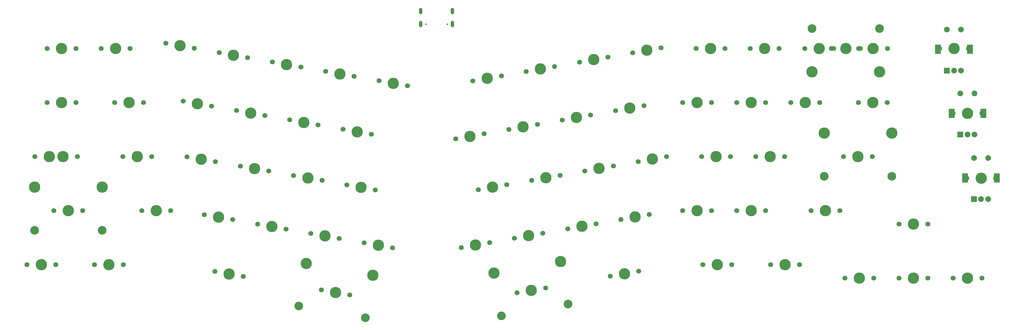
<source format=gts>
G04 #@! TF.GenerationSoftware,KiCad,Pcbnew,(5.99.0-1351-gc977addfa)*
G04 #@! TF.CreationDate,2020-07-04T18:22:27-07:00*
G04 #@! TF.ProjectId,trifecta,74726966-6563-4746-912e-6b696361645f,rev?*
G04 #@! TF.SameCoordinates,Original*
G04 #@! TF.FileFunction,Soldermask,Top*
G04 #@! TF.FilePolarity,Negative*
%FSLAX46Y46*%
G04 Gerber Fmt 4.6, Leading zero omitted, Abs format (unit mm)*
G04 Created by KiCad (PCBNEW (5.99.0-1351-gc977addfa)) date 2020-07-04 18:22:27*
%MOMM*%
%LPD*%
G01*
G04 APERTURE LIST*
%ADD10R,2.000000X2.000000*%
%ADD11C,2.000000*%
%ADD12R,2.000000X3.200000*%
%ADD13C,3.987800*%
%ADD14C,1.750000*%
%ADD15C,3.048000*%
%ADD16O,1.200000X2.300000*%
%ADD17C,0.600000*%
G04 APERTURE END LIST*
D10*
X321371290Y-17221250D03*
D11*
X323871290Y-17221250D03*
X326371290Y-17221250D03*
D12*
X318271290Y-9721250D03*
X329471290Y-9721250D03*
D11*
X321371290Y-2721250D03*
X326371290Y-2721250D03*
D10*
X326146490Y-39761210D03*
D11*
X328646490Y-39761210D03*
X331146490Y-39761210D03*
D12*
X323046490Y-32261210D03*
X334246490Y-32261210D03*
D11*
X326146490Y-25261210D03*
X331146490Y-25261210D03*
D10*
X330896200Y-62536200D03*
D11*
X333396200Y-62536200D03*
X335896200Y-62536200D03*
D12*
X327796200Y-55036200D03*
X338996200Y-55036200D03*
D11*
X330896200Y-48036200D03*
X335896200Y-48036200D03*
D13*
X5256250Y-47531250D03*
D14*
X176250Y-47531250D03*
X10336250Y-47531250D03*
D13*
X295306250Y-28484746D03*
D14*
X290226250Y-28484746D03*
X300386250Y-28484746D03*
D13*
X295341920Y-9407640D03*
D14*
X290261920Y-9407640D03*
X300421920Y-9407640D03*
D13*
X285781250Y-9434746D03*
D14*
X280701250Y-9434746D03*
X290861250Y-9434746D03*
D15*
X273875000Y-2449746D03*
X297687500Y-2449746D03*
D13*
X273875000Y-17689746D03*
X297687500Y-17689746D03*
X276383360Y-9417800D03*
D14*
X271303360Y-9417800D03*
X281463360Y-9417800D03*
D13*
X333447000Y-55188600D03*
D14*
X328367000Y-55188600D03*
X338527000Y-55188600D03*
D13*
X328671800Y-32328600D03*
D14*
X323591800Y-32328600D03*
X333751800Y-32328600D03*
D13*
X323947400Y-9468600D03*
D14*
X318867400Y-9468600D03*
X329027400Y-9468600D03*
D13*
X290067500Y-47534746D03*
D14*
X284987500Y-47534746D03*
X295147500Y-47534746D03*
D15*
X278161250Y-54519746D03*
X301973750Y-54519746D03*
D13*
X278161250Y-39279746D03*
X301973750Y-39279746D03*
D16*
X136074000Y-816800D03*
X147224000Y-816800D03*
X136074000Y3783200D03*
X147224000Y3783200D03*
D17*
X137899000Y-896800D03*
X145399000Y-896800D03*
D13*
X207863325Y-88846345D03*
D14*
X202860502Y-89728478D03*
X212866148Y-87964212D03*
D13*
X175018253Y-94701840D03*
D14*
X170015430Y-95583973D03*
X180021076Y-93819707D03*
D15*
X164505818Y-103648221D03*
X187956553Y-99513224D03*
D13*
X161859420Y-88639751D03*
X185310155Y-84504753D03*
X211586121Y-68812758D03*
D14*
X206583298Y-69694891D03*
X216588944Y-67930625D03*
D13*
X192825534Y-72120756D03*
D14*
X187822711Y-73002889D03*
X197828357Y-71238623D03*
D13*
X174064946Y-75428754D03*
D14*
X169062123Y-76310887D03*
X179067769Y-74546621D03*
D13*
X155304358Y-78736751D03*
D14*
X150301535Y-79618884D03*
X160307181Y-77854618D03*
D13*
X217658417Y-48398172D03*
D14*
X212655594Y-49280305D03*
X222661240Y-47516039D03*
D13*
X198897830Y-51706169D03*
D14*
X193895007Y-52588302D03*
X203900653Y-50824036D03*
D13*
X180125000Y-55025000D03*
D14*
X175122177Y-55907133D03*
X185127823Y-54142867D03*
D13*
X161376654Y-58322165D03*
D14*
X156373831Y-59204298D03*
X166379477Y-57440032D03*
D13*
X209660273Y-30464583D03*
D14*
X204657450Y-31346716D03*
X214663096Y-29582450D03*
D13*
X190899685Y-33772581D03*
D14*
X185896862Y-34654714D03*
X195902508Y-32890448D03*
D13*
X172139097Y-37080579D03*
D14*
X167136274Y-37962712D03*
X177141920Y-36198446D03*
D13*
X153378509Y-40388577D03*
D14*
X148375686Y-41270710D03*
X158381332Y-39506444D03*
D13*
X215732569Y-10049997D03*
D14*
X210729746Y-10932130D03*
X220735392Y-9167864D03*
D13*
X196971981Y-13357994D03*
D14*
X191969158Y-14240127D03*
X201974804Y-12475861D03*
D13*
X178211393Y-16665992D03*
D14*
X173208570Y-17548125D03*
X183214216Y-15783859D03*
D13*
X159450806Y-19973990D03*
D14*
X154447983Y-20856123D03*
X164453629Y-19091857D03*
D13*
X106052675Y-95430345D03*
D14*
X101049852Y-94548212D03*
X111055498Y-96312478D03*
D15*
X93114375Y-100241729D03*
X116565110Y-104376726D03*
D13*
X95760773Y-85233258D03*
X119211508Y-89368256D03*
X68568440Y-88914097D03*
D14*
X63565617Y-88031964D03*
X73571263Y-89796230D03*
D13*
X121118554Y-78806004D03*
D14*
X116115731Y-77923871D03*
X126121377Y-79688137D03*
D13*
X102357966Y-75498006D03*
D14*
X97355143Y-74615873D03*
X107360789Y-76380139D03*
D13*
X83597379Y-72190008D03*
D14*
X78594556Y-71307875D03*
X88600202Y-73072141D03*
D13*
X64836791Y-68882010D03*
D14*
X59833968Y-67999877D03*
X69839614Y-69764143D03*
D13*
X115046258Y-58391417D03*
D14*
X110043435Y-57509284D03*
X120049081Y-59273550D03*
D13*
X96285670Y-55083419D03*
D14*
X91282847Y-54201286D03*
X101288493Y-55965552D03*
D13*
X77525083Y-51775422D03*
D14*
X72522260Y-50893289D03*
X82527906Y-52657555D03*
D13*
X58764495Y-48467424D03*
D14*
X53761672Y-47585291D03*
X63767318Y-49349557D03*
D13*
X113664109Y-38803830D03*
D14*
X108661286Y-37921697D03*
X118666932Y-39685963D03*
D13*
X94903521Y-35495832D03*
D14*
X89900698Y-34613699D03*
X99906344Y-36377965D03*
D13*
X76142934Y-32187834D03*
D14*
X71140111Y-31305701D03*
X81145757Y-33069967D03*
D13*
X57382346Y-28879837D03*
D14*
X52379523Y-27997704D03*
X62385169Y-29761970D03*
D13*
X126352401Y-21697241D03*
D14*
X121349578Y-20815108D03*
X131355224Y-22579374D03*
D13*
X107591813Y-18389243D03*
D14*
X102588990Y-17507110D03*
X112594636Y-19271376D03*
D13*
X88831225Y-15081246D03*
D14*
X83828402Y-14199113D03*
X93834048Y-15963379D03*
D13*
X70070638Y-11773248D03*
D14*
X65067815Y-10891115D03*
X75073461Y-12655381D03*
D13*
X51310050Y-8465250D03*
D14*
X46307227Y-7583117D03*
X56312873Y-9347383D03*
D13*
X328643750Y-90397246D03*
D14*
X323563750Y-90397246D03*
X333723750Y-90397246D03*
D13*
X309593750Y-90397246D03*
D14*
X304513750Y-90397246D03*
X314673750Y-90397246D03*
D13*
X290543750Y-90397246D03*
D14*
X285463750Y-90397246D03*
X295623750Y-90397246D03*
D13*
X264350000Y-85634746D03*
D14*
X259270000Y-85634746D03*
X269430000Y-85634746D03*
D13*
X240537500Y-85634746D03*
D14*
X235457500Y-85634746D03*
X245617500Y-85634746D03*
D13*
X26225000Y-85634746D03*
D14*
X21145000Y-85634746D03*
X31305000Y-85634746D03*
D13*
X2412500Y-85634746D03*
D14*
X-2667500Y-85634746D03*
X7492500Y-85634746D03*
D13*
X309593750Y-71347246D03*
D14*
X304513750Y-71347246D03*
X314673750Y-71347246D03*
D13*
X278637500Y-66584746D03*
D14*
X273557500Y-66584746D03*
X283717500Y-66584746D03*
D13*
X252443750Y-66584746D03*
D14*
X247363750Y-66584746D03*
X257523750Y-66584746D03*
D13*
X233393750Y-66584746D03*
D14*
X228313750Y-66584746D03*
X238473750Y-66584746D03*
D13*
X42893750Y-66584746D03*
D14*
X37813750Y-66584746D03*
X47973750Y-66584746D03*
D13*
X11937500Y-66584746D03*
D14*
X6857500Y-66584746D03*
X17017500Y-66584746D03*
D15*
X31250Y-73569746D03*
X23843750Y-73569746D03*
D13*
X31250Y-58329746D03*
X23843750Y-58329746D03*
X259111250Y-47534746D03*
D14*
X254031250Y-47534746D03*
X264191250Y-47534746D03*
D13*
X240061250Y-47534746D03*
D14*
X234981250Y-47534746D03*
X245141250Y-47534746D03*
D13*
X36226250Y-47534746D03*
D14*
X31146250Y-47534746D03*
X41306250Y-47534746D03*
D13*
X10032500Y-47534746D03*
D14*
X4952500Y-47534746D03*
X15112500Y-47534746D03*
D13*
X271493750Y-28484746D03*
D14*
X266413750Y-28484746D03*
X276573750Y-28484746D03*
D13*
X252443750Y-28484746D03*
D14*
X247363750Y-28484746D03*
X257523750Y-28484746D03*
D13*
X233393750Y-28484746D03*
D14*
X228313750Y-28484746D03*
X238473750Y-28484746D03*
D13*
X33368750Y-28484746D03*
D14*
X28288750Y-28484746D03*
X38448750Y-28484746D03*
D13*
X9556250Y-28484746D03*
D14*
X4476250Y-28484746D03*
X14636250Y-28484746D03*
D13*
X257206250Y-9434746D03*
D14*
X252126250Y-9434746D03*
X262286250Y-9434746D03*
D13*
X238156250Y-9434746D03*
D14*
X233076250Y-9434746D03*
X243236250Y-9434746D03*
D13*
X28606250Y-9434746D03*
D14*
X23526250Y-9434746D03*
X33686250Y-9434746D03*
D13*
X9556250Y-9434746D03*
D14*
X4476250Y-9434746D03*
X14636250Y-9434746D03*
M02*

</source>
